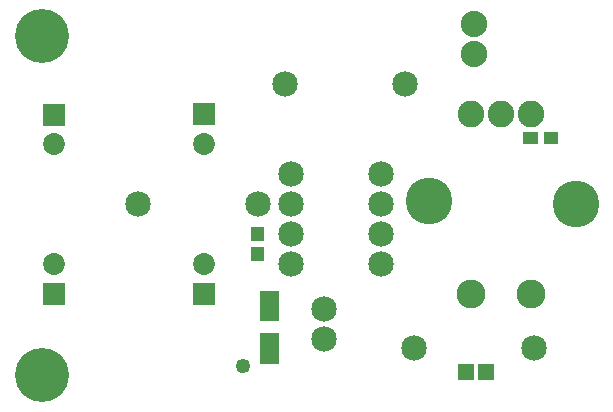
<source format=gts>
G04 MADE WITH FRITZING*
G04 WWW.FRITZING.ORG*
G04 DOUBLE SIDED*
G04 HOLES PLATED*
G04 CONTOUR ON CENTER OF CONTOUR VECTOR*
%ASAXBY*%
%FSLAX23Y23*%
%MOIN*%
%OFA0B0*%
%SFA1.0B1.0*%
%ADD10C,0.085000*%
%ADD11C,0.155669*%
%ADD12C,0.049370*%
%ADD13C,0.072992*%
%ADD14C,0.180000*%
%ADD15C,0.088000*%
%ADD16C,0.088740*%
%ADD17C,0.096614*%
%ADD18R,0.057244X0.053307*%
%ADD19R,0.072992X0.072992*%
%ADD20C,0.010000*%
%ADD21C,0.030000*%
%ADD22R,0.001000X0.001000*%
%LNMASK1*%
G90*
G70*
G54D10*
X919Y1157D03*
X1319Y1157D03*
X1750Y277D03*
X1350Y277D03*
X829Y757D03*
X429Y757D03*
G54D11*
X1399Y767D03*
X1889Y757D03*
G54D10*
X1050Y307D03*
X1050Y407D03*
G54D12*
X779Y217D03*
G54D13*
X650Y458D03*
X650Y557D03*
X650Y458D03*
X650Y557D03*
X150Y458D03*
X150Y557D03*
X150Y458D03*
X150Y557D03*
X651Y1056D03*
X651Y958D03*
X651Y1056D03*
X651Y958D03*
X150Y1055D03*
X150Y957D03*
X150Y1055D03*
X150Y957D03*
G54D14*
X110Y1317D03*
X109Y187D03*
G54D10*
X1239Y557D03*
X939Y557D03*
X1239Y657D03*
X939Y657D03*
X1239Y757D03*
X939Y757D03*
X1239Y857D03*
X939Y857D03*
G54D15*
X1550Y1257D03*
X1550Y1357D03*
G54D16*
X1739Y1057D03*
X1639Y1057D03*
X1539Y1057D03*
G54D17*
X1539Y457D03*
X1739Y457D03*
G54D18*
X1589Y197D03*
X1522Y197D03*
G54D19*
X650Y458D03*
X650Y458D03*
X150Y458D03*
X150Y458D03*
X651Y1056D03*
X651Y1056D03*
X150Y1055D03*
X150Y1055D03*
G54D20*
G36*
X1782Y956D02*
X1782Y999D01*
X1830Y999D01*
X1830Y956D01*
X1782Y956D01*
G37*
D02*
G36*
X1715Y956D02*
X1715Y999D01*
X1763Y999D01*
X1763Y956D01*
X1715Y956D01*
G37*
D02*
G36*
X851Y634D02*
X807Y634D01*
X807Y681D01*
X851Y681D01*
X851Y634D01*
G37*
D02*
G36*
X851Y567D02*
X807Y567D01*
X807Y614D01*
X851Y614D01*
X851Y567D01*
G37*
D02*
G54D21*
G36*
X1022Y334D02*
X1077Y334D01*
X1077Y279D01*
X1022Y279D01*
X1022Y334D01*
G37*
D02*
G54D20*
G36*
X837Y327D02*
X900Y327D01*
X900Y224D01*
X837Y224D01*
X837Y327D01*
G37*
D02*
G36*
X837Y468D02*
X900Y468D01*
X900Y366D01*
X837Y366D01*
X837Y468D01*
G37*
D02*
G54D21*
G36*
X1211Y530D02*
X1211Y585D01*
X1266Y585D01*
X1266Y530D01*
X1211Y530D01*
G37*
D02*
G36*
X1521Y1228D02*
X1521Y1286D01*
X1579Y1286D01*
X1579Y1228D01*
X1521Y1228D01*
G37*
D02*
G54D22*
X1533Y1097D02*
X1543Y1097D01*
X1633Y1097D02*
X1643Y1097D01*
X1733Y1097D02*
X1743Y1097D01*
X1529Y1096D02*
X1547Y1096D01*
X1629Y1096D02*
X1647Y1096D01*
X1728Y1096D02*
X1747Y1096D01*
X1526Y1095D02*
X1550Y1095D01*
X1626Y1095D02*
X1650Y1095D01*
X1726Y1095D02*
X1750Y1095D01*
X1523Y1094D02*
X1552Y1094D01*
X1623Y1094D02*
X1652Y1094D01*
X1723Y1094D02*
X1752Y1094D01*
X1521Y1093D02*
X1554Y1093D01*
X1621Y1093D02*
X1654Y1093D01*
X1721Y1093D02*
X1754Y1093D01*
X1520Y1092D02*
X1556Y1092D01*
X1620Y1092D02*
X1656Y1092D01*
X1720Y1092D02*
X1756Y1092D01*
X1518Y1091D02*
X1557Y1091D01*
X1618Y1091D02*
X1657Y1091D01*
X1718Y1091D02*
X1757Y1091D01*
X1517Y1090D02*
X1559Y1090D01*
X1617Y1090D02*
X1659Y1090D01*
X1717Y1090D02*
X1759Y1090D01*
X1515Y1089D02*
X1560Y1089D01*
X1615Y1089D02*
X1660Y1089D01*
X1715Y1089D02*
X1760Y1089D01*
X1514Y1088D02*
X1561Y1088D01*
X1614Y1088D02*
X1661Y1088D01*
X1714Y1088D02*
X1761Y1088D01*
X1513Y1087D02*
X1563Y1087D01*
X1613Y1087D02*
X1663Y1087D01*
X1713Y1087D02*
X1762Y1087D01*
X1512Y1086D02*
X1564Y1086D01*
X1612Y1086D02*
X1664Y1086D01*
X1712Y1086D02*
X1764Y1086D01*
X1511Y1085D02*
X1565Y1085D01*
X1611Y1085D02*
X1665Y1085D01*
X1711Y1085D02*
X1765Y1085D01*
X1510Y1084D02*
X1566Y1084D01*
X1610Y1084D02*
X1666Y1084D01*
X1710Y1084D02*
X1766Y1084D01*
X1509Y1083D02*
X1567Y1083D01*
X1609Y1083D02*
X1667Y1083D01*
X1709Y1083D02*
X1766Y1083D01*
X1508Y1082D02*
X1567Y1082D01*
X1608Y1082D02*
X1667Y1082D01*
X1708Y1082D02*
X1767Y1082D01*
X1507Y1081D02*
X1568Y1081D01*
X1607Y1081D02*
X1668Y1081D01*
X1707Y1081D02*
X1768Y1081D01*
X1506Y1080D02*
X1569Y1080D01*
X1606Y1080D02*
X1669Y1080D01*
X1706Y1080D02*
X1769Y1080D01*
X1506Y1079D02*
X1570Y1079D01*
X1606Y1079D02*
X1670Y1079D01*
X1706Y1079D02*
X1770Y1079D01*
X1505Y1078D02*
X1570Y1078D01*
X1605Y1078D02*
X1670Y1078D01*
X1705Y1078D02*
X1770Y1078D01*
X1504Y1077D02*
X1571Y1077D01*
X1604Y1077D02*
X1671Y1077D01*
X1704Y1077D02*
X1771Y1077D01*
X1504Y1076D02*
X1572Y1076D01*
X1604Y1076D02*
X1672Y1076D01*
X1704Y1076D02*
X1772Y1076D01*
X1503Y1075D02*
X1572Y1075D01*
X1603Y1075D02*
X1672Y1075D01*
X1703Y1075D02*
X1772Y1075D01*
X1503Y1074D02*
X1573Y1074D01*
X1603Y1074D02*
X1673Y1074D01*
X1702Y1074D02*
X1773Y1074D01*
X1502Y1073D02*
X1573Y1073D01*
X1602Y1073D02*
X1673Y1073D01*
X1702Y1073D02*
X1773Y1073D01*
X1502Y1072D02*
X1574Y1072D01*
X1602Y1072D02*
X1674Y1072D01*
X1701Y1072D02*
X1774Y1072D01*
X1501Y1071D02*
X1574Y1071D01*
X1601Y1071D02*
X1674Y1071D01*
X1701Y1071D02*
X1774Y1071D01*
X1501Y1070D02*
X1575Y1070D01*
X1601Y1070D02*
X1675Y1070D01*
X1701Y1070D02*
X1775Y1070D01*
X1500Y1069D02*
X1575Y1069D01*
X1600Y1069D02*
X1675Y1069D01*
X1700Y1069D02*
X1775Y1069D01*
X1500Y1068D02*
X1575Y1068D01*
X1600Y1068D02*
X1675Y1068D01*
X1700Y1068D02*
X1775Y1068D01*
X1500Y1067D02*
X1576Y1067D01*
X1600Y1067D02*
X1676Y1067D01*
X1700Y1067D02*
X1776Y1067D01*
X1499Y1066D02*
X1576Y1066D01*
X1599Y1066D02*
X1676Y1066D01*
X1699Y1066D02*
X1776Y1066D01*
X1499Y1065D02*
X1576Y1065D01*
X1599Y1065D02*
X1676Y1065D01*
X1699Y1065D02*
X1776Y1065D01*
X1499Y1064D02*
X1577Y1064D01*
X1599Y1064D02*
X1676Y1064D01*
X1699Y1064D02*
X1776Y1064D01*
X1499Y1063D02*
X1577Y1063D01*
X1599Y1063D02*
X1677Y1063D01*
X1699Y1063D02*
X1777Y1063D01*
X1499Y1062D02*
X1577Y1062D01*
X1599Y1062D02*
X1677Y1062D01*
X1698Y1062D02*
X1777Y1062D01*
X1498Y1061D02*
X1577Y1061D01*
X1598Y1061D02*
X1677Y1061D01*
X1698Y1061D02*
X1777Y1061D01*
X1498Y1060D02*
X1577Y1060D01*
X1598Y1060D02*
X1677Y1060D01*
X1698Y1060D02*
X1777Y1060D01*
X1498Y1059D02*
X1577Y1059D01*
X1598Y1059D02*
X1677Y1059D01*
X1698Y1059D02*
X1777Y1059D01*
X1498Y1058D02*
X1577Y1058D01*
X1598Y1058D02*
X1677Y1058D01*
X1698Y1058D02*
X1777Y1058D01*
X1498Y1057D02*
X1577Y1057D01*
X1598Y1057D02*
X1677Y1057D01*
X1698Y1057D02*
X1777Y1057D01*
X1498Y1056D02*
X1577Y1056D01*
X1598Y1056D02*
X1677Y1056D01*
X1698Y1056D02*
X1777Y1056D01*
X1498Y1055D02*
X1577Y1055D01*
X1598Y1055D02*
X1677Y1055D01*
X1698Y1055D02*
X1777Y1055D01*
X1498Y1054D02*
X1577Y1054D01*
X1598Y1054D02*
X1677Y1054D01*
X1698Y1054D02*
X1777Y1054D01*
X1499Y1053D02*
X1577Y1053D01*
X1599Y1053D02*
X1677Y1053D01*
X1698Y1053D02*
X1777Y1053D01*
X1499Y1052D02*
X1577Y1052D01*
X1599Y1052D02*
X1677Y1052D01*
X1699Y1052D02*
X1777Y1052D01*
X1499Y1051D02*
X1577Y1051D01*
X1599Y1051D02*
X1676Y1051D01*
X1699Y1051D02*
X1776Y1051D01*
X1499Y1050D02*
X1576Y1050D01*
X1599Y1050D02*
X1676Y1050D01*
X1699Y1050D02*
X1776Y1050D01*
X1499Y1049D02*
X1576Y1049D01*
X1599Y1049D02*
X1676Y1049D01*
X1699Y1049D02*
X1776Y1049D01*
X1500Y1048D02*
X1576Y1048D01*
X1600Y1048D02*
X1676Y1048D01*
X1700Y1048D02*
X1776Y1048D01*
X1500Y1047D02*
X1575Y1047D01*
X1600Y1047D02*
X1675Y1047D01*
X1700Y1047D02*
X1775Y1047D01*
X1500Y1046D02*
X1575Y1046D01*
X1600Y1046D02*
X1675Y1046D01*
X1700Y1046D02*
X1775Y1046D01*
X1501Y1045D02*
X1575Y1045D01*
X1601Y1045D02*
X1675Y1045D01*
X1701Y1045D02*
X1775Y1045D01*
X1501Y1044D02*
X1574Y1044D01*
X1601Y1044D02*
X1674Y1044D01*
X1701Y1044D02*
X1774Y1044D01*
X1502Y1043D02*
X1574Y1043D01*
X1602Y1043D02*
X1674Y1043D01*
X1701Y1043D02*
X1774Y1043D01*
X1502Y1042D02*
X1573Y1042D01*
X1602Y1042D02*
X1673Y1042D01*
X1702Y1042D02*
X1773Y1042D01*
X1503Y1041D02*
X1573Y1041D01*
X1603Y1041D02*
X1673Y1041D01*
X1702Y1041D02*
X1773Y1041D01*
X1503Y1040D02*
X1572Y1040D01*
X1603Y1040D02*
X1672Y1040D01*
X1703Y1040D02*
X1772Y1040D01*
X1504Y1039D02*
X1572Y1039D01*
X1604Y1039D02*
X1672Y1039D01*
X1704Y1039D02*
X1772Y1039D01*
X1504Y1038D02*
X1571Y1038D01*
X1604Y1038D02*
X1671Y1038D01*
X1704Y1038D02*
X1771Y1038D01*
X1505Y1037D02*
X1570Y1037D01*
X1605Y1037D02*
X1670Y1037D01*
X1705Y1037D02*
X1770Y1037D01*
X1506Y1036D02*
X1570Y1036D01*
X1606Y1036D02*
X1670Y1036D01*
X1706Y1036D02*
X1770Y1036D01*
X1506Y1035D02*
X1569Y1035D01*
X1606Y1035D02*
X1669Y1035D01*
X1706Y1035D02*
X1769Y1035D01*
X1507Y1034D02*
X1568Y1034D01*
X1607Y1034D02*
X1668Y1034D01*
X1707Y1034D02*
X1768Y1034D01*
X1508Y1033D02*
X1567Y1033D01*
X1608Y1033D02*
X1667Y1033D01*
X1708Y1033D02*
X1767Y1033D01*
X1509Y1032D02*
X1567Y1032D01*
X1609Y1032D02*
X1667Y1032D01*
X1709Y1032D02*
X1766Y1032D01*
X1510Y1031D02*
X1566Y1031D01*
X1610Y1031D02*
X1666Y1031D01*
X1710Y1031D02*
X1766Y1031D01*
X1511Y1030D02*
X1565Y1030D01*
X1611Y1030D02*
X1665Y1030D01*
X1711Y1030D02*
X1765Y1030D01*
X1512Y1029D02*
X1564Y1029D01*
X1612Y1029D02*
X1664Y1029D01*
X1712Y1029D02*
X1764Y1029D01*
X1513Y1028D02*
X1563Y1028D01*
X1613Y1028D02*
X1663Y1028D01*
X1713Y1028D02*
X1762Y1028D01*
X1514Y1027D02*
X1561Y1027D01*
X1614Y1027D02*
X1661Y1027D01*
X1714Y1027D02*
X1761Y1027D01*
X1515Y1026D02*
X1560Y1026D01*
X1615Y1026D02*
X1660Y1026D01*
X1715Y1026D02*
X1760Y1026D01*
X1517Y1025D02*
X1559Y1025D01*
X1617Y1025D02*
X1659Y1025D01*
X1717Y1025D02*
X1759Y1025D01*
X1518Y1024D02*
X1557Y1024D01*
X1618Y1024D02*
X1657Y1024D01*
X1718Y1024D02*
X1757Y1024D01*
X1520Y1023D02*
X1556Y1023D01*
X1620Y1023D02*
X1656Y1023D01*
X1720Y1023D02*
X1756Y1023D01*
X1521Y1022D02*
X1554Y1022D01*
X1621Y1022D02*
X1654Y1022D01*
X1721Y1022D02*
X1754Y1022D01*
X1523Y1021D02*
X1552Y1021D01*
X1623Y1021D02*
X1652Y1021D01*
X1723Y1021D02*
X1752Y1021D01*
X1526Y1020D02*
X1550Y1020D01*
X1626Y1020D02*
X1650Y1020D01*
X1726Y1020D02*
X1750Y1020D01*
X1529Y1019D02*
X1547Y1019D01*
X1629Y1019D02*
X1647Y1019D01*
X1728Y1019D02*
X1747Y1019D01*
X1533Y1018D02*
X1543Y1018D01*
X1633Y1018D02*
X1643Y1018D01*
X1733Y1018D02*
X1743Y1018D01*
X1532Y497D02*
X1544Y497D01*
X1731Y497D02*
X1744Y497D01*
X1528Y496D02*
X1548Y496D01*
X1728Y496D02*
X1747Y496D01*
X1525Y495D02*
X1550Y495D01*
X1725Y495D02*
X1750Y495D01*
X1523Y494D02*
X1552Y494D01*
X1723Y494D02*
X1752Y494D01*
X1521Y493D02*
X1554Y493D01*
X1721Y493D02*
X1754Y493D01*
X1519Y492D02*
X1556Y492D01*
X1719Y492D02*
X1756Y492D01*
X1518Y491D02*
X1558Y491D01*
X1718Y491D02*
X1758Y491D01*
X1516Y490D02*
X1559Y490D01*
X1716Y490D02*
X1759Y490D01*
X1515Y489D02*
X1560Y489D01*
X1715Y489D02*
X1760Y489D01*
X1514Y488D02*
X1562Y488D01*
X1714Y488D02*
X1762Y488D01*
X1513Y487D02*
X1563Y487D01*
X1713Y487D02*
X1763Y487D01*
X1512Y486D02*
X1564Y486D01*
X1711Y486D02*
X1764Y486D01*
X1511Y485D02*
X1565Y485D01*
X1710Y485D02*
X1765Y485D01*
X1510Y484D02*
X1566Y484D01*
X1709Y484D02*
X1766Y484D01*
X1509Y483D02*
X1567Y483D01*
X1709Y483D02*
X1767Y483D01*
X1508Y482D02*
X1568Y482D01*
X1708Y482D02*
X1768Y482D01*
X1507Y481D02*
X1568Y481D01*
X1707Y481D02*
X1768Y481D01*
X1506Y480D02*
X1569Y480D01*
X1706Y480D02*
X1769Y480D01*
X1505Y479D02*
X1570Y479D01*
X1705Y479D02*
X1770Y479D01*
X1505Y478D02*
X1571Y478D01*
X1705Y478D02*
X1771Y478D01*
X1504Y477D02*
X1571Y477D01*
X1704Y477D02*
X1771Y477D01*
X1504Y476D02*
X1572Y476D01*
X1703Y476D02*
X1772Y476D01*
X1503Y475D02*
X1572Y475D01*
X1703Y475D02*
X1772Y475D01*
X1502Y474D02*
X1573Y474D01*
X1702Y474D02*
X1773Y474D01*
X1502Y473D02*
X1573Y473D01*
X1702Y473D02*
X1773Y473D01*
X1501Y472D02*
X1574Y472D01*
X1701Y472D02*
X1774Y472D01*
X1501Y471D02*
X1574Y471D01*
X1701Y471D02*
X1774Y471D01*
X1501Y470D02*
X1575Y470D01*
X1701Y470D02*
X1775Y470D01*
X1500Y469D02*
X1575Y469D01*
X1700Y469D02*
X1775Y469D01*
X1500Y468D02*
X1576Y468D01*
X1700Y468D02*
X1775Y468D01*
X1500Y467D02*
X1576Y467D01*
X1700Y467D02*
X1776Y467D01*
X1499Y466D02*
X1576Y466D01*
X1699Y466D02*
X1776Y466D01*
X1499Y465D02*
X1576Y465D01*
X1699Y465D02*
X1776Y465D01*
X1499Y464D02*
X1577Y464D01*
X1699Y464D02*
X1776Y464D01*
X1499Y463D02*
X1577Y463D01*
X1699Y463D02*
X1777Y463D01*
X1499Y462D02*
X1577Y462D01*
X1698Y462D02*
X1777Y462D01*
X1498Y461D02*
X1577Y461D01*
X1698Y461D02*
X1777Y461D01*
X1498Y460D02*
X1577Y460D01*
X1698Y460D02*
X1777Y460D01*
X1498Y459D02*
X1577Y459D01*
X1698Y459D02*
X1777Y459D01*
X1498Y458D02*
X1577Y458D01*
X1698Y458D02*
X1777Y458D01*
X1498Y457D02*
X1577Y457D01*
X1698Y457D02*
X1777Y457D01*
X1498Y456D02*
X1577Y456D01*
X1698Y456D02*
X1777Y456D01*
X1498Y455D02*
X1577Y455D01*
X1698Y455D02*
X1777Y455D01*
X1498Y454D02*
X1577Y454D01*
X1698Y454D02*
X1777Y454D01*
X1499Y453D02*
X1577Y453D01*
X1698Y453D02*
X1777Y453D01*
X1499Y452D02*
X1577Y452D01*
X1699Y452D02*
X1777Y452D01*
X1499Y451D02*
X1576Y451D01*
X1699Y451D02*
X1776Y451D01*
X1499Y450D02*
X1576Y450D01*
X1699Y450D02*
X1776Y450D01*
X1499Y449D02*
X1576Y449D01*
X1699Y449D02*
X1776Y449D01*
X1500Y448D02*
X1576Y448D01*
X1700Y448D02*
X1776Y448D01*
X1500Y447D02*
X1575Y447D01*
X1700Y447D02*
X1775Y447D01*
X1500Y446D02*
X1575Y446D01*
X1700Y446D02*
X1775Y446D01*
X1501Y445D02*
X1575Y445D01*
X1701Y445D02*
X1775Y445D01*
X1501Y444D02*
X1574Y444D01*
X1701Y444D02*
X1774Y444D01*
X1502Y443D02*
X1574Y443D01*
X1702Y443D02*
X1774Y443D01*
X1502Y442D02*
X1573Y442D01*
X1702Y442D02*
X1773Y442D01*
X1503Y441D02*
X1573Y441D01*
X1703Y441D02*
X1773Y441D01*
X1503Y440D02*
X1572Y440D01*
X1703Y440D02*
X1772Y440D01*
X1504Y439D02*
X1572Y439D01*
X1704Y439D02*
X1772Y439D01*
X1504Y438D02*
X1571Y438D01*
X1704Y438D02*
X1771Y438D01*
X1505Y437D02*
X1570Y437D01*
X1705Y437D02*
X1770Y437D01*
X1506Y436D02*
X1570Y436D01*
X1706Y436D02*
X1770Y436D01*
X1507Y435D02*
X1569Y435D01*
X1706Y435D02*
X1769Y435D01*
X1507Y434D02*
X1568Y434D01*
X1707Y434D02*
X1768Y434D01*
X1508Y433D02*
X1567Y433D01*
X1708Y433D02*
X1767Y433D01*
X1509Y432D02*
X1566Y432D01*
X1709Y432D02*
X1766Y432D01*
X1510Y431D02*
X1565Y431D01*
X1710Y431D02*
X1765Y431D01*
X1511Y430D02*
X1564Y430D01*
X1711Y430D02*
X1764Y430D01*
X1512Y429D02*
X1563Y429D01*
X1712Y429D02*
X1763Y429D01*
X1513Y428D02*
X1562Y428D01*
X1713Y428D02*
X1762Y428D01*
X1514Y427D02*
X1561Y427D01*
X1714Y427D02*
X1761Y427D01*
X1516Y426D02*
X1560Y426D01*
X1715Y426D02*
X1760Y426D01*
X1517Y425D02*
X1559Y425D01*
X1717Y425D02*
X1758Y425D01*
X1518Y424D02*
X1557Y424D01*
X1718Y424D02*
X1757Y424D01*
X1520Y423D02*
X1555Y423D01*
X1720Y423D02*
X1755Y423D01*
X1522Y422D02*
X1554Y422D01*
X1722Y422D02*
X1753Y422D01*
X1524Y421D02*
X1552Y421D01*
X1724Y421D02*
X1751Y421D01*
X1526Y420D02*
X1549Y420D01*
X1726Y420D02*
X1749Y420D01*
X1529Y419D02*
X1546Y419D01*
X1729Y419D02*
X1746Y419D01*
X1534Y418D02*
X1541Y418D01*
X1734Y418D02*
X1741Y418D01*
D02*
G04 End of Mask1*
M02*
</source>
